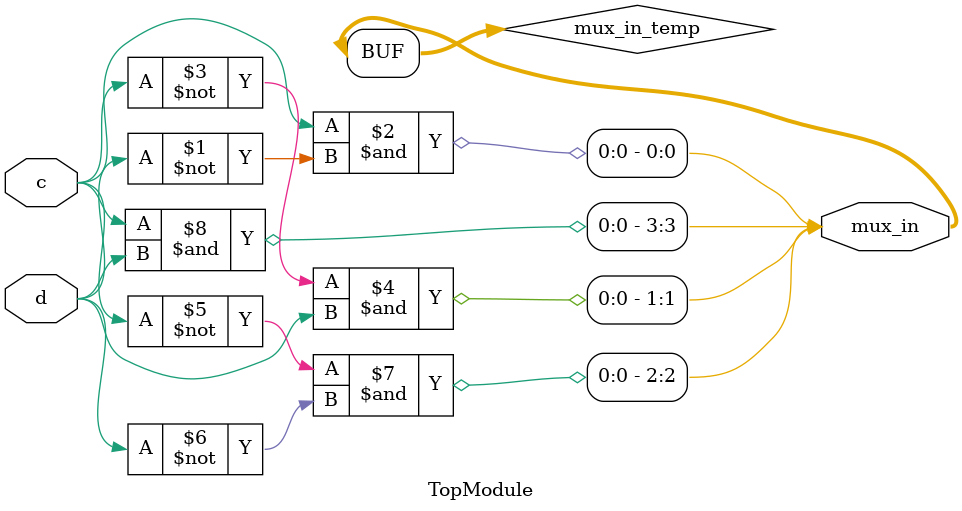
<source format=sv>

module TopModule (
  input c,
  input d,
  output [3:0] mux_in
);
  wire [3:0] mux_in_temp;

  assign mux_in_temp[0] = c & ~d;  // corresponds to 00
  assign mux_in_temp[1] = ~c & d;  // corresponds to 01
  assign mux_in_temp[2] = ~c & ~d; // corresponds to 11
  assign mux_in_temp[3] = c & d;    // corresponds to 10

  assign mux_in = mux_in_temp;
endmodule

</source>
